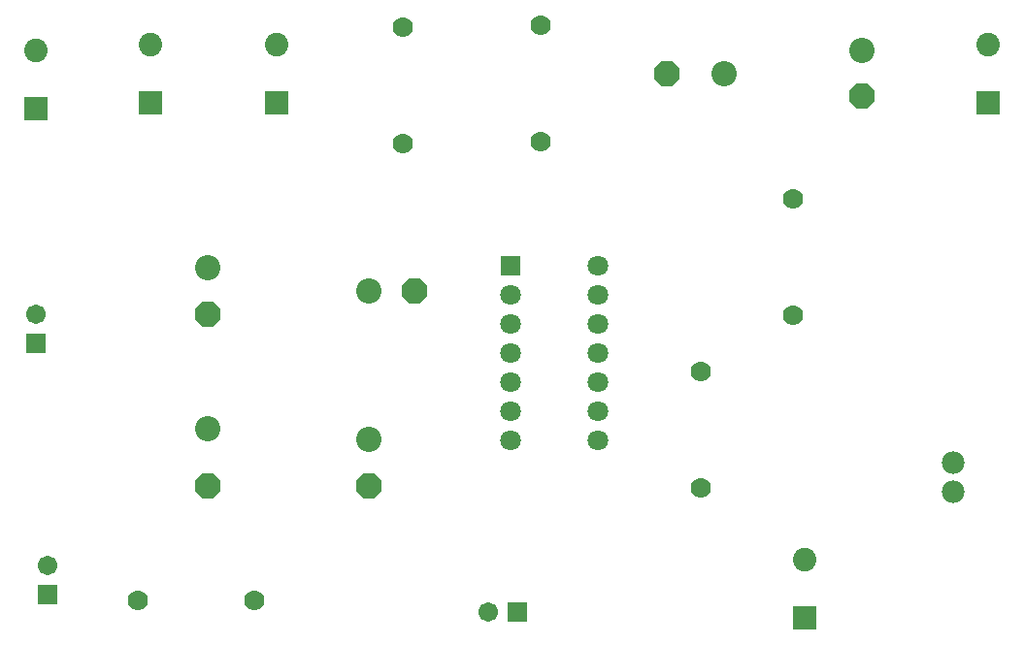
<source format=gbs>
G04 Layer_Color=16711935*
%FSLAX44Y44*%
%MOMM*%
G71*
G01*
G75*
%ADD22C,1.7780*%
%ADD32C,2.2032*%
%ADD33P,2.3847X8X22.5*%
%ADD34C,1.8032*%
%ADD35C,1.8032*%
%ADD36R,1.8032X1.8032*%
%ADD37P,2.3847X8X112.5*%
%ADD38C,1.7032*%
%ADD39R,1.7032X1.7032*%
%ADD40C,2.0532*%
%ADD41R,2.0532X2.0532*%
%ADD42R,1.7032X1.7032*%
%ADD43C,1.9812*%
D22*
X560000Y400000D02*
D03*
Y501600D02*
D03*
X310000Y-0D02*
D03*
X208400D02*
D03*
X700000Y98400D02*
D03*
Y200000D02*
D03*
X440000Y398400D02*
D03*
Y500000D02*
D03*
X780000Y350000D02*
D03*
Y248400D02*
D03*
D32*
X720000Y460000D02*
D03*
X270000Y290000D02*
D03*
Y150000D02*
D03*
X410000Y270000D02*
D03*
X840000Y480000D02*
D03*
X410001Y140000D02*
D03*
D33*
X670000Y460000D02*
D03*
X450000Y270000D02*
D03*
D34*
X610000Y139200D02*
D03*
Y164600D02*
D03*
Y190000D02*
D03*
Y215400D02*
D03*
Y240800D02*
D03*
Y266200D02*
D03*
Y291600D02*
D03*
D35*
X533800Y139200D02*
D03*
Y164600D02*
D03*
Y190000D02*
D03*
Y215400D02*
D03*
Y240800D02*
D03*
Y266200D02*
D03*
D36*
Y291600D02*
D03*
D37*
X270000Y250000D02*
D03*
Y100000D02*
D03*
X840000Y440000D02*
D03*
X410001Y100000D02*
D03*
D38*
X514600Y-10000D02*
D03*
X130000Y30000D02*
D03*
X120000Y250000D02*
D03*
D39*
X540000Y-10000D02*
D03*
D40*
X790000Y35400D02*
D03*
X120000Y480000D02*
D03*
X220000Y485400D02*
D03*
X330000D02*
D03*
X950000Y485400D02*
D03*
D41*
X790000Y-15400D02*
D03*
X120000Y429200D02*
D03*
X220000Y434600D02*
D03*
X330000D02*
D03*
X950000Y434600D02*
D03*
D42*
X130000Y4600D02*
D03*
X120000Y224600D02*
D03*
D43*
X920000Y94600D02*
D03*
Y120000D02*
D03*
M02*

</source>
